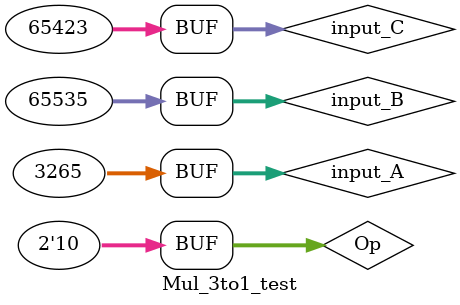
<source format=v>
`timescale 1ns / 1ps


module Mul_3to1_test();
    parameter SIZE = 32;
    reg [SIZE-1:0]input_A;
    reg [SIZE-1:0]input_B;
    reg [SIZE-1:0]input_C;
    reg [1:0]Op;
    wire [SIZE-1:0]F;
    initial begin
        input_A=32'h0000_0001;
        input_B=32'h0000_1112;
        input_C=32'h0000_1182;
        Op=2'b00;
        #50
        Op=2'b01;
        #50;
        input_A=32'h0000_0cc1;
        input_B=32'h0000_ffff;
        input_C=32'h0000_ff8f;
        #50;
        Op=2'b10;
    end
    Mul_3to1 a(
        .input_A(input_A),
        .input_B(input_B),
        .input_C(input_C),
        .output_Data(F),
        .Mul_Op(Op)
    );
endmodule

</source>
